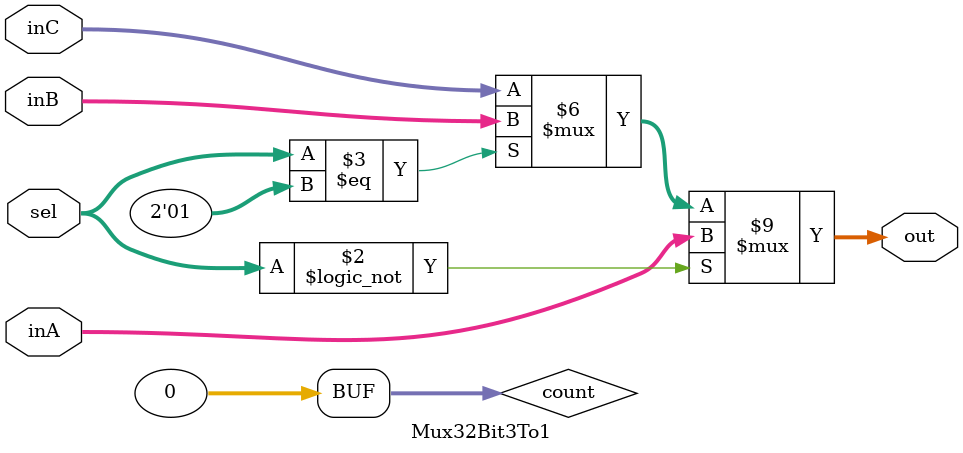
<source format=v>
`timescale 1ns / 1ps


module Mux32Bit3To1(out, inA, inB, inC, sel);

    output reg [31:0] out;
    
    input [31:0] inA;
    input [31:0] inB;
    input [31:0] inC;
    input [1:0]sel;
    integer count =0;
    
    always @(sel, inA, inB, inC) begin
        if (sel == 0) 
            out <= inA;
        else if (sel == 1)begin
            out <= inB;
        end
        else begin
            out <= inC;
        end
    end
endmodule

</source>
